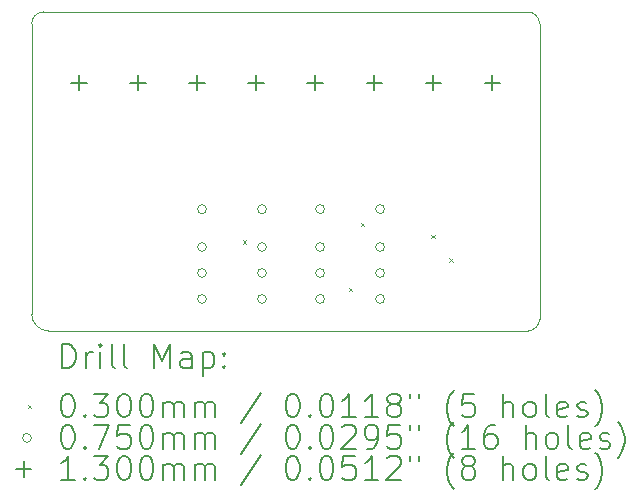
<source format=gbr>
%TF.GenerationSoftware,KiCad,Pcbnew,9.0.1*%
%TF.CreationDate,2025-06-17T22:10:18+02:00*%
%TF.ProjectId,PUTM_EV_CART_INDICATOR,5055544d-5f45-4565-9f43-4152545f494e,rev?*%
%TF.SameCoordinates,Original*%
%TF.FileFunction,Drillmap*%
%TF.FilePolarity,Positive*%
%FSLAX45Y45*%
G04 Gerber Fmt 4.5, Leading zero omitted, Abs format (unit mm)*
G04 Created by KiCad (PCBNEW 9.0.1) date 2025-06-17 22:10:18*
%MOMM*%
%LPD*%
G01*
G04 APERTURE LIST*
%ADD10C,0.050000*%
%ADD11C,0.200000*%
%ADD12C,0.100000*%
%ADD13C,0.130000*%
G04 APERTURE END LIST*
D10*
X12400000Y-8600000D02*
X8341421Y-8600000D01*
X8200000Y-6000000D02*
X8200000Y-8458579D01*
X12400000Y-5900000D02*
X8300000Y-5900000D01*
X8200000Y-6000000D02*
G75*
G02*
X8300000Y-5900000I100000J0D01*
G01*
X12500000Y-6000000D02*
X12500000Y-8500000D01*
X12500000Y-8500000D02*
G75*
G02*
X12400000Y-8600000I-100000J0D01*
G01*
X12400000Y-5900000D02*
G75*
G02*
X12500000Y-6000000I0J-100000D01*
G01*
X8341421Y-8600000D02*
G75*
G02*
X8200000Y-8458579I0J141421D01*
G01*
D11*
D12*
X9985000Y-7835000D02*
X10015000Y-7865000D01*
X10015000Y-7835000D02*
X9985000Y-7865000D01*
X10885000Y-8235000D02*
X10915000Y-8265000D01*
X10915000Y-8235000D02*
X10885000Y-8265000D01*
X10985000Y-7685000D02*
X11015000Y-7715000D01*
X11015000Y-7685000D02*
X10985000Y-7715000D01*
X11585000Y-7785000D02*
X11615000Y-7815000D01*
X11615000Y-7785000D02*
X11585000Y-7815000D01*
X11735000Y-7985000D02*
X11765000Y-8015000D01*
X11765000Y-7985000D02*
X11735000Y-8015000D01*
X9679500Y-7570000D02*
G75*
G02*
X9604500Y-7570000I-37500J0D01*
G01*
X9604500Y-7570000D02*
G75*
G02*
X9679500Y-7570000I37500J0D01*
G01*
X9679500Y-7890000D02*
G75*
G02*
X9604500Y-7890000I-37500J0D01*
G01*
X9604500Y-7890000D02*
G75*
G02*
X9679500Y-7890000I37500J0D01*
G01*
X9679500Y-8110000D02*
G75*
G02*
X9604500Y-8110000I-37500J0D01*
G01*
X9604500Y-8110000D02*
G75*
G02*
X9679500Y-8110000I37500J0D01*
G01*
X9679500Y-8330000D02*
G75*
G02*
X9604500Y-8330000I-37500J0D01*
G01*
X9604500Y-8330000D02*
G75*
G02*
X9679500Y-8330000I37500J0D01*
G01*
X10187500Y-7570000D02*
G75*
G02*
X10112500Y-7570000I-37500J0D01*
G01*
X10112500Y-7570000D02*
G75*
G02*
X10187500Y-7570000I37500J0D01*
G01*
X10187500Y-7890000D02*
G75*
G02*
X10112500Y-7890000I-37500J0D01*
G01*
X10112500Y-7890000D02*
G75*
G02*
X10187500Y-7890000I37500J0D01*
G01*
X10187500Y-8110000D02*
G75*
G02*
X10112500Y-8110000I-37500J0D01*
G01*
X10112500Y-8110000D02*
G75*
G02*
X10187500Y-8110000I37500J0D01*
G01*
X10187500Y-8330000D02*
G75*
G02*
X10112500Y-8330000I-37500J0D01*
G01*
X10112500Y-8330000D02*
G75*
G02*
X10187500Y-8330000I37500J0D01*
G01*
X10679500Y-7570000D02*
G75*
G02*
X10604500Y-7570000I-37500J0D01*
G01*
X10604500Y-7570000D02*
G75*
G02*
X10679500Y-7570000I37500J0D01*
G01*
X10679500Y-7890000D02*
G75*
G02*
X10604500Y-7890000I-37500J0D01*
G01*
X10604500Y-7890000D02*
G75*
G02*
X10679500Y-7890000I37500J0D01*
G01*
X10679500Y-8110000D02*
G75*
G02*
X10604500Y-8110000I-37500J0D01*
G01*
X10604500Y-8110000D02*
G75*
G02*
X10679500Y-8110000I37500J0D01*
G01*
X10679500Y-8330000D02*
G75*
G02*
X10604500Y-8330000I-37500J0D01*
G01*
X10604500Y-8330000D02*
G75*
G02*
X10679500Y-8330000I37500J0D01*
G01*
X11187500Y-7570000D02*
G75*
G02*
X11112500Y-7570000I-37500J0D01*
G01*
X11112500Y-7570000D02*
G75*
G02*
X11187500Y-7570000I37500J0D01*
G01*
X11187500Y-7890000D02*
G75*
G02*
X11112500Y-7890000I-37500J0D01*
G01*
X11112500Y-7890000D02*
G75*
G02*
X11187500Y-7890000I37500J0D01*
G01*
X11187500Y-8110000D02*
G75*
G02*
X11112500Y-8110000I-37500J0D01*
G01*
X11112500Y-8110000D02*
G75*
G02*
X11187500Y-8110000I37500J0D01*
G01*
X11187500Y-8330000D02*
G75*
G02*
X11112500Y-8330000I-37500J0D01*
G01*
X11112500Y-8330000D02*
G75*
G02*
X11187500Y-8330000I37500J0D01*
G01*
D13*
X8600000Y-6435000D02*
X8600000Y-6565000D01*
X8535000Y-6500000D02*
X8665000Y-6500000D01*
X9100000Y-6435000D02*
X9100000Y-6565000D01*
X9035000Y-6500000D02*
X9165000Y-6500000D01*
X9600000Y-6435000D02*
X9600000Y-6565000D01*
X9535000Y-6500000D02*
X9665000Y-6500000D01*
X10100000Y-6435000D02*
X10100000Y-6565000D01*
X10035000Y-6500000D02*
X10165000Y-6500000D01*
X10600000Y-6435000D02*
X10600000Y-6565000D01*
X10535000Y-6500000D02*
X10665000Y-6500000D01*
X11100000Y-6435000D02*
X11100000Y-6565000D01*
X11035000Y-6500000D02*
X11165000Y-6500000D01*
X11600000Y-6435000D02*
X11600000Y-6565000D01*
X11535000Y-6500000D02*
X11665000Y-6500000D01*
X12100000Y-6435000D02*
X12100000Y-6565000D01*
X12035000Y-6500000D02*
X12165000Y-6500000D01*
D11*
X8458277Y-8913984D02*
X8458277Y-8713984D01*
X8458277Y-8713984D02*
X8505896Y-8713984D01*
X8505896Y-8713984D02*
X8534467Y-8723508D01*
X8534467Y-8723508D02*
X8553515Y-8742555D01*
X8553515Y-8742555D02*
X8563039Y-8761603D01*
X8563039Y-8761603D02*
X8572563Y-8799698D01*
X8572563Y-8799698D02*
X8572563Y-8828270D01*
X8572563Y-8828270D02*
X8563039Y-8866365D01*
X8563039Y-8866365D02*
X8553515Y-8885412D01*
X8553515Y-8885412D02*
X8534467Y-8904460D01*
X8534467Y-8904460D02*
X8505896Y-8913984D01*
X8505896Y-8913984D02*
X8458277Y-8913984D01*
X8658277Y-8913984D02*
X8658277Y-8780650D01*
X8658277Y-8818746D02*
X8667801Y-8799698D01*
X8667801Y-8799698D02*
X8677324Y-8790174D01*
X8677324Y-8790174D02*
X8696372Y-8780650D01*
X8696372Y-8780650D02*
X8715420Y-8780650D01*
X8782086Y-8913984D02*
X8782086Y-8780650D01*
X8782086Y-8713984D02*
X8772563Y-8723508D01*
X8772563Y-8723508D02*
X8782086Y-8733031D01*
X8782086Y-8733031D02*
X8791610Y-8723508D01*
X8791610Y-8723508D02*
X8782086Y-8713984D01*
X8782086Y-8713984D02*
X8782086Y-8733031D01*
X8905896Y-8913984D02*
X8886848Y-8904460D01*
X8886848Y-8904460D02*
X8877324Y-8885412D01*
X8877324Y-8885412D02*
X8877324Y-8713984D01*
X9010658Y-8913984D02*
X8991610Y-8904460D01*
X8991610Y-8904460D02*
X8982086Y-8885412D01*
X8982086Y-8885412D02*
X8982086Y-8713984D01*
X9239229Y-8913984D02*
X9239229Y-8713984D01*
X9239229Y-8713984D02*
X9305896Y-8856841D01*
X9305896Y-8856841D02*
X9372563Y-8713984D01*
X9372563Y-8713984D02*
X9372563Y-8913984D01*
X9553515Y-8913984D02*
X9553515Y-8809222D01*
X9553515Y-8809222D02*
X9543991Y-8790174D01*
X9543991Y-8790174D02*
X9524944Y-8780650D01*
X9524944Y-8780650D02*
X9486848Y-8780650D01*
X9486848Y-8780650D02*
X9467801Y-8790174D01*
X9553515Y-8904460D02*
X9534467Y-8913984D01*
X9534467Y-8913984D02*
X9486848Y-8913984D01*
X9486848Y-8913984D02*
X9467801Y-8904460D01*
X9467801Y-8904460D02*
X9458277Y-8885412D01*
X9458277Y-8885412D02*
X9458277Y-8866365D01*
X9458277Y-8866365D02*
X9467801Y-8847317D01*
X9467801Y-8847317D02*
X9486848Y-8837793D01*
X9486848Y-8837793D02*
X9534467Y-8837793D01*
X9534467Y-8837793D02*
X9553515Y-8828270D01*
X9648753Y-8780650D02*
X9648753Y-8980650D01*
X9648753Y-8790174D02*
X9667801Y-8780650D01*
X9667801Y-8780650D02*
X9705896Y-8780650D01*
X9705896Y-8780650D02*
X9724944Y-8790174D01*
X9724944Y-8790174D02*
X9734467Y-8799698D01*
X9734467Y-8799698D02*
X9743991Y-8818746D01*
X9743991Y-8818746D02*
X9743991Y-8875889D01*
X9743991Y-8875889D02*
X9734467Y-8894936D01*
X9734467Y-8894936D02*
X9724944Y-8904460D01*
X9724944Y-8904460D02*
X9705896Y-8913984D01*
X9705896Y-8913984D02*
X9667801Y-8913984D01*
X9667801Y-8913984D02*
X9648753Y-8904460D01*
X9829705Y-8894936D02*
X9839229Y-8904460D01*
X9839229Y-8904460D02*
X9829705Y-8913984D01*
X9829705Y-8913984D02*
X9820182Y-8904460D01*
X9820182Y-8904460D02*
X9829705Y-8894936D01*
X9829705Y-8894936D02*
X9829705Y-8913984D01*
X9829705Y-8790174D02*
X9839229Y-8799698D01*
X9839229Y-8799698D02*
X9829705Y-8809222D01*
X9829705Y-8809222D02*
X9820182Y-8799698D01*
X9820182Y-8799698D02*
X9829705Y-8790174D01*
X9829705Y-8790174D02*
X9829705Y-8809222D01*
D12*
X8167500Y-9227500D02*
X8197500Y-9257500D01*
X8197500Y-9227500D02*
X8167500Y-9257500D01*
D11*
X8496372Y-9133984D02*
X8515420Y-9133984D01*
X8515420Y-9133984D02*
X8534467Y-9143508D01*
X8534467Y-9143508D02*
X8543991Y-9153031D01*
X8543991Y-9153031D02*
X8553515Y-9172079D01*
X8553515Y-9172079D02*
X8563039Y-9210174D01*
X8563039Y-9210174D02*
X8563039Y-9257793D01*
X8563039Y-9257793D02*
X8553515Y-9295889D01*
X8553515Y-9295889D02*
X8543991Y-9314936D01*
X8543991Y-9314936D02*
X8534467Y-9324460D01*
X8534467Y-9324460D02*
X8515420Y-9333984D01*
X8515420Y-9333984D02*
X8496372Y-9333984D01*
X8496372Y-9333984D02*
X8477324Y-9324460D01*
X8477324Y-9324460D02*
X8467801Y-9314936D01*
X8467801Y-9314936D02*
X8458277Y-9295889D01*
X8458277Y-9295889D02*
X8448753Y-9257793D01*
X8448753Y-9257793D02*
X8448753Y-9210174D01*
X8448753Y-9210174D02*
X8458277Y-9172079D01*
X8458277Y-9172079D02*
X8467801Y-9153031D01*
X8467801Y-9153031D02*
X8477324Y-9143508D01*
X8477324Y-9143508D02*
X8496372Y-9133984D01*
X8648753Y-9314936D02*
X8658277Y-9324460D01*
X8658277Y-9324460D02*
X8648753Y-9333984D01*
X8648753Y-9333984D02*
X8639229Y-9324460D01*
X8639229Y-9324460D02*
X8648753Y-9314936D01*
X8648753Y-9314936D02*
X8648753Y-9333984D01*
X8724944Y-9133984D02*
X8848753Y-9133984D01*
X8848753Y-9133984D02*
X8782086Y-9210174D01*
X8782086Y-9210174D02*
X8810658Y-9210174D01*
X8810658Y-9210174D02*
X8829705Y-9219698D01*
X8829705Y-9219698D02*
X8839229Y-9229222D01*
X8839229Y-9229222D02*
X8848753Y-9248270D01*
X8848753Y-9248270D02*
X8848753Y-9295889D01*
X8848753Y-9295889D02*
X8839229Y-9314936D01*
X8839229Y-9314936D02*
X8829705Y-9324460D01*
X8829705Y-9324460D02*
X8810658Y-9333984D01*
X8810658Y-9333984D02*
X8753515Y-9333984D01*
X8753515Y-9333984D02*
X8734467Y-9324460D01*
X8734467Y-9324460D02*
X8724944Y-9314936D01*
X8972563Y-9133984D02*
X8991610Y-9133984D01*
X8991610Y-9133984D02*
X9010658Y-9143508D01*
X9010658Y-9143508D02*
X9020182Y-9153031D01*
X9020182Y-9153031D02*
X9029705Y-9172079D01*
X9029705Y-9172079D02*
X9039229Y-9210174D01*
X9039229Y-9210174D02*
X9039229Y-9257793D01*
X9039229Y-9257793D02*
X9029705Y-9295889D01*
X9029705Y-9295889D02*
X9020182Y-9314936D01*
X9020182Y-9314936D02*
X9010658Y-9324460D01*
X9010658Y-9324460D02*
X8991610Y-9333984D01*
X8991610Y-9333984D02*
X8972563Y-9333984D01*
X8972563Y-9333984D02*
X8953515Y-9324460D01*
X8953515Y-9324460D02*
X8943991Y-9314936D01*
X8943991Y-9314936D02*
X8934467Y-9295889D01*
X8934467Y-9295889D02*
X8924944Y-9257793D01*
X8924944Y-9257793D02*
X8924944Y-9210174D01*
X8924944Y-9210174D02*
X8934467Y-9172079D01*
X8934467Y-9172079D02*
X8943991Y-9153031D01*
X8943991Y-9153031D02*
X8953515Y-9143508D01*
X8953515Y-9143508D02*
X8972563Y-9133984D01*
X9163039Y-9133984D02*
X9182086Y-9133984D01*
X9182086Y-9133984D02*
X9201134Y-9143508D01*
X9201134Y-9143508D02*
X9210658Y-9153031D01*
X9210658Y-9153031D02*
X9220182Y-9172079D01*
X9220182Y-9172079D02*
X9229705Y-9210174D01*
X9229705Y-9210174D02*
X9229705Y-9257793D01*
X9229705Y-9257793D02*
X9220182Y-9295889D01*
X9220182Y-9295889D02*
X9210658Y-9314936D01*
X9210658Y-9314936D02*
X9201134Y-9324460D01*
X9201134Y-9324460D02*
X9182086Y-9333984D01*
X9182086Y-9333984D02*
X9163039Y-9333984D01*
X9163039Y-9333984D02*
X9143991Y-9324460D01*
X9143991Y-9324460D02*
X9134467Y-9314936D01*
X9134467Y-9314936D02*
X9124944Y-9295889D01*
X9124944Y-9295889D02*
X9115420Y-9257793D01*
X9115420Y-9257793D02*
X9115420Y-9210174D01*
X9115420Y-9210174D02*
X9124944Y-9172079D01*
X9124944Y-9172079D02*
X9134467Y-9153031D01*
X9134467Y-9153031D02*
X9143991Y-9143508D01*
X9143991Y-9143508D02*
X9163039Y-9133984D01*
X9315420Y-9333984D02*
X9315420Y-9200650D01*
X9315420Y-9219698D02*
X9324944Y-9210174D01*
X9324944Y-9210174D02*
X9343991Y-9200650D01*
X9343991Y-9200650D02*
X9372563Y-9200650D01*
X9372563Y-9200650D02*
X9391610Y-9210174D01*
X9391610Y-9210174D02*
X9401134Y-9229222D01*
X9401134Y-9229222D02*
X9401134Y-9333984D01*
X9401134Y-9229222D02*
X9410658Y-9210174D01*
X9410658Y-9210174D02*
X9429705Y-9200650D01*
X9429705Y-9200650D02*
X9458277Y-9200650D01*
X9458277Y-9200650D02*
X9477325Y-9210174D01*
X9477325Y-9210174D02*
X9486848Y-9229222D01*
X9486848Y-9229222D02*
X9486848Y-9333984D01*
X9582086Y-9333984D02*
X9582086Y-9200650D01*
X9582086Y-9219698D02*
X9591610Y-9210174D01*
X9591610Y-9210174D02*
X9610658Y-9200650D01*
X9610658Y-9200650D02*
X9639229Y-9200650D01*
X9639229Y-9200650D02*
X9658277Y-9210174D01*
X9658277Y-9210174D02*
X9667801Y-9229222D01*
X9667801Y-9229222D02*
X9667801Y-9333984D01*
X9667801Y-9229222D02*
X9677325Y-9210174D01*
X9677325Y-9210174D02*
X9696372Y-9200650D01*
X9696372Y-9200650D02*
X9724944Y-9200650D01*
X9724944Y-9200650D02*
X9743991Y-9210174D01*
X9743991Y-9210174D02*
X9753515Y-9229222D01*
X9753515Y-9229222D02*
X9753515Y-9333984D01*
X10143991Y-9124460D02*
X9972563Y-9381603D01*
X10401134Y-9133984D02*
X10420182Y-9133984D01*
X10420182Y-9133984D02*
X10439229Y-9143508D01*
X10439229Y-9143508D02*
X10448753Y-9153031D01*
X10448753Y-9153031D02*
X10458277Y-9172079D01*
X10458277Y-9172079D02*
X10467801Y-9210174D01*
X10467801Y-9210174D02*
X10467801Y-9257793D01*
X10467801Y-9257793D02*
X10458277Y-9295889D01*
X10458277Y-9295889D02*
X10448753Y-9314936D01*
X10448753Y-9314936D02*
X10439229Y-9324460D01*
X10439229Y-9324460D02*
X10420182Y-9333984D01*
X10420182Y-9333984D02*
X10401134Y-9333984D01*
X10401134Y-9333984D02*
X10382087Y-9324460D01*
X10382087Y-9324460D02*
X10372563Y-9314936D01*
X10372563Y-9314936D02*
X10363039Y-9295889D01*
X10363039Y-9295889D02*
X10353515Y-9257793D01*
X10353515Y-9257793D02*
X10353515Y-9210174D01*
X10353515Y-9210174D02*
X10363039Y-9172079D01*
X10363039Y-9172079D02*
X10372563Y-9153031D01*
X10372563Y-9153031D02*
X10382087Y-9143508D01*
X10382087Y-9143508D02*
X10401134Y-9133984D01*
X10553515Y-9314936D02*
X10563039Y-9324460D01*
X10563039Y-9324460D02*
X10553515Y-9333984D01*
X10553515Y-9333984D02*
X10543991Y-9324460D01*
X10543991Y-9324460D02*
X10553515Y-9314936D01*
X10553515Y-9314936D02*
X10553515Y-9333984D01*
X10686848Y-9133984D02*
X10705896Y-9133984D01*
X10705896Y-9133984D02*
X10724944Y-9143508D01*
X10724944Y-9143508D02*
X10734468Y-9153031D01*
X10734468Y-9153031D02*
X10743991Y-9172079D01*
X10743991Y-9172079D02*
X10753515Y-9210174D01*
X10753515Y-9210174D02*
X10753515Y-9257793D01*
X10753515Y-9257793D02*
X10743991Y-9295889D01*
X10743991Y-9295889D02*
X10734468Y-9314936D01*
X10734468Y-9314936D02*
X10724944Y-9324460D01*
X10724944Y-9324460D02*
X10705896Y-9333984D01*
X10705896Y-9333984D02*
X10686848Y-9333984D01*
X10686848Y-9333984D02*
X10667801Y-9324460D01*
X10667801Y-9324460D02*
X10658277Y-9314936D01*
X10658277Y-9314936D02*
X10648753Y-9295889D01*
X10648753Y-9295889D02*
X10639229Y-9257793D01*
X10639229Y-9257793D02*
X10639229Y-9210174D01*
X10639229Y-9210174D02*
X10648753Y-9172079D01*
X10648753Y-9172079D02*
X10658277Y-9153031D01*
X10658277Y-9153031D02*
X10667801Y-9143508D01*
X10667801Y-9143508D02*
X10686848Y-9133984D01*
X10943991Y-9333984D02*
X10829706Y-9333984D01*
X10886848Y-9333984D02*
X10886848Y-9133984D01*
X10886848Y-9133984D02*
X10867801Y-9162555D01*
X10867801Y-9162555D02*
X10848753Y-9181603D01*
X10848753Y-9181603D02*
X10829706Y-9191127D01*
X11134468Y-9333984D02*
X11020182Y-9333984D01*
X11077325Y-9333984D02*
X11077325Y-9133984D01*
X11077325Y-9133984D02*
X11058277Y-9162555D01*
X11058277Y-9162555D02*
X11039229Y-9181603D01*
X11039229Y-9181603D02*
X11020182Y-9191127D01*
X11248753Y-9219698D02*
X11229706Y-9210174D01*
X11229706Y-9210174D02*
X11220182Y-9200650D01*
X11220182Y-9200650D02*
X11210658Y-9181603D01*
X11210658Y-9181603D02*
X11210658Y-9172079D01*
X11210658Y-9172079D02*
X11220182Y-9153031D01*
X11220182Y-9153031D02*
X11229706Y-9143508D01*
X11229706Y-9143508D02*
X11248753Y-9133984D01*
X11248753Y-9133984D02*
X11286848Y-9133984D01*
X11286848Y-9133984D02*
X11305896Y-9143508D01*
X11305896Y-9143508D02*
X11315420Y-9153031D01*
X11315420Y-9153031D02*
X11324944Y-9172079D01*
X11324944Y-9172079D02*
X11324944Y-9181603D01*
X11324944Y-9181603D02*
X11315420Y-9200650D01*
X11315420Y-9200650D02*
X11305896Y-9210174D01*
X11305896Y-9210174D02*
X11286848Y-9219698D01*
X11286848Y-9219698D02*
X11248753Y-9219698D01*
X11248753Y-9219698D02*
X11229706Y-9229222D01*
X11229706Y-9229222D02*
X11220182Y-9238746D01*
X11220182Y-9238746D02*
X11210658Y-9257793D01*
X11210658Y-9257793D02*
X11210658Y-9295889D01*
X11210658Y-9295889D02*
X11220182Y-9314936D01*
X11220182Y-9314936D02*
X11229706Y-9324460D01*
X11229706Y-9324460D02*
X11248753Y-9333984D01*
X11248753Y-9333984D02*
X11286848Y-9333984D01*
X11286848Y-9333984D02*
X11305896Y-9324460D01*
X11305896Y-9324460D02*
X11315420Y-9314936D01*
X11315420Y-9314936D02*
X11324944Y-9295889D01*
X11324944Y-9295889D02*
X11324944Y-9257793D01*
X11324944Y-9257793D02*
X11315420Y-9238746D01*
X11315420Y-9238746D02*
X11305896Y-9229222D01*
X11305896Y-9229222D02*
X11286848Y-9219698D01*
X11401134Y-9133984D02*
X11401134Y-9172079D01*
X11477325Y-9133984D02*
X11477325Y-9172079D01*
X11772563Y-9410174D02*
X11763039Y-9400650D01*
X11763039Y-9400650D02*
X11743991Y-9372079D01*
X11743991Y-9372079D02*
X11734468Y-9353031D01*
X11734468Y-9353031D02*
X11724944Y-9324460D01*
X11724944Y-9324460D02*
X11715420Y-9276841D01*
X11715420Y-9276841D02*
X11715420Y-9238746D01*
X11715420Y-9238746D02*
X11724944Y-9191127D01*
X11724944Y-9191127D02*
X11734468Y-9162555D01*
X11734468Y-9162555D02*
X11743991Y-9143508D01*
X11743991Y-9143508D02*
X11763039Y-9114936D01*
X11763039Y-9114936D02*
X11772563Y-9105412D01*
X11943991Y-9133984D02*
X11848753Y-9133984D01*
X11848753Y-9133984D02*
X11839229Y-9229222D01*
X11839229Y-9229222D02*
X11848753Y-9219698D01*
X11848753Y-9219698D02*
X11867801Y-9210174D01*
X11867801Y-9210174D02*
X11915420Y-9210174D01*
X11915420Y-9210174D02*
X11934468Y-9219698D01*
X11934468Y-9219698D02*
X11943991Y-9229222D01*
X11943991Y-9229222D02*
X11953515Y-9248270D01*
X11953515Y-9248270D02*
X11953515Y-9295889D01*
X11953515Y-9295889D02*
X11943991Y-9314936D01*
X11943991Y-9314936D02*
X11934468Y-9324460D01*
X11934468Y-9324460D02*
X11915420Y-9333984D01*
X11915420Y-9333984D02*
X11867801Y-9333984D01*
X11867801Y-9333984D02*
X11848753Y-9324460D01*
X11848753Y-9324460D02*
X11839229Y-9314936D01*
X12191610Y-9333984D02*
X12191610Y-9133984D01*
X12277325Y-9333984D02*
X12277325Y-9229222D01*
X12277325Y-9229222D02*
X12267801Y-9210174D01*
X12267801Y-9210174D02*
X12248753Y-9200650D01*
X12248753Y-9200650D02*
X12220182Y-9200650D01*
X12220182Y-9200650D02*
X12201134Y-9210174D01*
X12201134Y-9210174D02*
X12191610Y-9219698D01*
X12401134Y-9333984D02*
X12382087Y-9324460D01*
X12382087Y-9324460D02*
X12372563Y-9314936D01*
X12372563Y-9314936D02*
X12363039Y-9295889D01*
X12363039Y-9295889D02*
X12363039Y-9238746D01*
X12363039Y-9238746D02*
X12372563Y-9219698D01*
X12372563Y-9219698D02*
X12382087Y-9210174D01*
X12382087Y-9210174D02*
X12401134Y-9200650D01*
X12401134Y-9200650D02*
X12429706Y-9200650D01*
X12429706Y-9200650D02*
X12448753Y-9210174D01*
X12448753Y-9210174D02*
X12458277Y-9219698D01*
X12458277Y-9219698D02*
X12467801Y-9238746D01*
X12467801Y-9238746D02*
X12467801Y-9295889D01*
X12467801Y-9295889D02*
X12458277Y-9314936D01*
X12458277Y-9314936D02*
X12448753Y-9324460D01*
X12448753Y-9324460D02*
X12429706Y-9333984D01*
X12429706Y-9333984D02*
X12401134Y-9333984D01*
X12582087Y-9333984D02*
X12563039Y-9324460D01*
X12563039Y-9324460D02*
X12553515Y-9305412D01*
X12553515Y-9305412D02*
X12553515Y-9133984D01*
X12734468Y-9324460D02*
X12715420Y-9333984D01*
X12715420Y-9333984D02*
X12677325Y-9333984D01*
X12677325Y-9333984D02*
X12658277Y-9324460D01*
X12658277Y-9324460D02*
X12648753Y-9305412D01*
X12648753Y-9305412D02*
X12648753Y-9229222D01*
X12648753Y-9229222D02*
X12658277Y-9210174D01*
X12658277Y-9210174D02*
X12677325Y-9200650D01*
X12677325Y-9200650D02*
X12715420Y-9200650D01*
X12715420Y-9200650D02*
X12734468Y-9210174D01*
X12734468Y-9210174D02*
X12743991Y-9229222D01*
X12743991Y-9229222D02*
X12743991Y-9248270D01*
X12743991Y-9248270D02*
X12648753Y-9267317D01*
X12820182Y-9324460D02*
X12839230Y-9333984D01*
X12839230Y-9333984D02*
X12877325Y-9333984D01*
X12877325Y-9333984D02*
X12896372Y-9324460D01*
X12896372Y-9324460D02*
X12905896Y-9305412D01*
X12905896Y-9305412D02*
X12905896Y-9295889D01*
X12905896Y-9295889D02*
X12896372Y-9276841D01*
X12896372Y-9276841D02*
X12877325Y-9267317D01*
X12877325Y-9267317D02*
X12848753Y-9267317D01*
X12848753Y-9267317D02*
X12829706Y-9257793D01*
X12829706Y-9257793D02*
X12820182Y-9238746D01*
X12820182Y-9238746D02*
X12820182Y-9229222D01*
X12820182Y-9229222D02*
X12829706Y-9210174D01*
X12829706Y-9210174D02*
X12848753Y-9200650D01*
X12848753Y-9200650D02*
X12877325Y-9200650D01*
X12877325Y-9200650D02*
X12896372Y-9210174D01*
X12972563Y-9410174D02*
X12982087Y-9400650D01*
X12982087Y-9400650D02*
X13001134Y-9372079D01*
X13001134Y-9372079D02*
X13010658Y-9353031D01*
X13010658Y-9353031D02*
X13020182Y-9324460D01*
X13020182Y-9324460D02*
X13029706Y-9276841D01*
X13029706Y-9276841D02*
X13029706Y-9238746D01*
X13029706Y-9238746D02*
X13020182Y-9191127D01*
X13020182Y-9191127D02*
X13010658Y-9162555D01*
X13010658Y-9162555D02*
X13001134Y-9143508D01*
X13001134Y-9143508D02*
X12982087Y-9114936D01*
X12982087Y-9114936D02*
X12972563Y-9105412D01*
D12*
X8197500Y-9506500D02*
G75*
G02*
X8122500Y-9506500I-37500J0D01*
G01*
X8122500Y-9506500D02*
G75*
G02*
X8197500Y-9506500I37500J0D01*
G01*
D11*
X8496372Y-9397984D02*
X8515420Y-9397984D01*
X8515420Y-9397984D02*
X8534467Y-9407508D01*
X8534467Y-9407508D02*
X8543991Y-9417031D01*
X8543991Y-9417031D02*
X8553515Y-9436079D01*
X8553515Y-9436079D02*
X8563039Y-9474174D01*
X8563039Y-9474174D02*
X8563039Y-9521793D01*
X8563039Y-9521793D02*
X8553515Y-9559889D01*
X8553515Y-9559889D02*
X8543991Y-9578936D01*
X8543991Y-9578936D02*
X8534467Y-9588460D01*
X8534467Y-9588460D02*
X8515420Y-9597984D01*
X8515420Y-9597984D02*
X8496372Y-9597984D01*
X8496372Y-9597984D02*
X8477324Y-9588460D01*
X8477324Y-9588460D02*
X8467801Y-9578936D01*
X8467801Y-9578936D02*
X8458277Y-9559889D01*
X8458277Y-9559889D02*
X8448753Y-9521793D01*
X8448753Y-9521793D02*
X8448753Y-9474174D01*
X8448753Y-9474174D02*
X8458277Y-9436079D01*
X8458277Y-9436079D02*
X8467801Y-9417031D01*
X8467801Y-9417031D02*
X8477324Y-9407508D01*
X8477324Y-9407508D02*
X8496372Y-9397984D01*
X8648753Y-9578936D02*
X8658277Y-9588460D01*
X8658277Y-9588460D02*
X8648753Y-9597984D01*
X8648753Y-9597984D02*
X8639229Y-9588460D01*
X8639229Y-9588460D02*
X8648753Y-9578936D01*
X8648753Y-9578936D02*
X8648753Y-9597984D01*
X8724944Y-9397984D02*
X8858277Y-9397984D01*
X8858277Y-9397984D02*
X8772563Y-9597984D01*
X9029705Y-9397984D02*
X8934467Y-9397984D01*
X8934467Y-9397984D02*
X8924944Y-9493222D01*
X8924944Y-9493222D02*
X8934467Y-9483698D01*
X8934467Y-9483698D02*
X8953515Y-9474174D01*
X8953515Y-9474174D02*
X9001134Y-9474174D01*
X9001134Y-9474174D02*
X9020182Y-9483698D01*
X9020182Y-9483698D02*
X9029705Y-9493222D01*
X9029705Y-9493222D02*
X9039229Y-9512270D01*
X9039229Y-9512270D02*
X9039229Y-9559889D01*
X9039229Y-9559889D02*
X9029705Y-9578936D01*
X9029705Y-9578936D02*
X9020182Y-9588460D01*
X9020182Y-9588460D02*
X9001134Y-9597984D01*
X9001134Y-9597984D02*
X8953515Y-9597984D01*
X8953515Y-9597984D02*
X8934467Y-9588460D01*
X8934467Y-9588460D02*
X8924944Y-9578936D01*
X9163039Y-9397984D02*
X9182086Y-9397984D01*
X9182086Y-9397984D02*
X9201134Y-9407508D01*
X9201134Y-9407508D02*
X9210658Y-9417031D01*
X9210658Y-9417031D02*
X9220182Y-9436079D01*
X9220182Y-9436079D02*
X9229705Y-9474174D01*
X9229705Y-9474174D02*
X9229705Y-9521793D01*
X9229705Y-9521793D02*
X9220182Y-9559889D01*
X9220182Y-9559889D02*
X9210658Y-9578936D01*
X9210658Y-9578936D02*
X9201134Y-9588460D01*
X9201134Y-9588460D02*
X9182086Y-9597984D01*
X9182086Y-9597984D02*
X9163039Y-9597984D01*
X9163039Y-9597984D02*
X9143991Y-9588460D01*
X9143991Y-9588460D02*
X9134467Y-9578936D01*
X9134467Y-9578936D02*
X9124944Y-9559889D01*
X9124944Y-9559889D02*
X9115420Y-9521793D01*
X9115420Y-9521793D02*
X9115420Y-9474174D01*
X9115420Y-9474174D02*
X9124944Y-9436079D01*
X9124944Y-9436079D02*
X9134467Y-9417031D01*
X9134467Y-9417031D02*
X9143991Y-9407508D01*
X9143991Y-9407508D02*
X9163039Y-9397984D01*
X9315420Y-9597984D02*
X9315420Y-9464650D01*
X9315420Y-9483698D02*
X9324944Y-9474174D01*
X9324944Y-9474174D02*
X9343991Y-9464650D01*
X9343991Y-9464650D02*
X9372563Y-9464650D01*
X9372563Y-9464650D02*
X9391610Y-9474174D01*
X9391610Y-9474174D02*
X9401134Y-9493222D01*
X9401134Y-9493222D02*
X9401134Y-9597984D01*
X9401134Y-9493222D02*
X9410658Y-9474174D01*
X9410658Y-9474174D02*
X9429705Y-9464650D01*
X9429705Y-9464650D02*
X9458277Y-9464650D01*
X9458277Y-9464650D02*
X9477325Y-9474174D01*
X9477325Y-9474174D02*
X9486848Y-9493222D01*
X9486848Y-9493222D02*
X9486848Y-9597984D01*
X9582086Y-9597984D02*
X9582086Y-9464650D01*
X9582086Y-9483698D02*
X9591610Y-9474174D01*
X9591610Y-9474174D02*
X9610658Y-9464650D01*
X9610658Y-9464650D02*
X9639229Y-9464650D01*
X9639229Y-9464650D02*
X9658277Y-9474174D01*
X9658277Y-9474174D02*
X9667801Y-9493222D01*
X9667801Y-9493222D02*
X9667801Y-9597984D01*
X9667801Y-9493222D02*
X9677325Y-9474174D01*
X9677325Y-9474174D02*
X9696372Y-9464650D01*
X9696372Y-9464650D02*
X9724944Y-9464650D01*
X9724944Y-9464650D02*
X9743991Y-9474174D01*
X9743991Y-9474174D02*
X9753515Y-9493222D01*
X9753515Y-9493222D02*
X9753515Y-9597984D01*
X10143991Y-9388460D02*
X9972563Y-9645603D01*
X10401134Y-9397984D02*
X10420182Y-9397984D01*
X10420182Y-9397984D02*
X10439229Y-9407508D01*
X10439229Y-9407508D02*
X10448753Y-9417031D01*
X10448753Y-9417031D02*
X10458277Y-9436079D01*
X10458277Y-9436079D02*
X10467801Y-9474174D01*
X10467801Y-9474174D02*
X10467801Y-9521793D01*
X10467801Y-9521793D02*
X10458277Y-9559889D01*
X10458277Y-9559889D02*
X10448753Y-9578936D01*
X10448753Y-9578936D02*
X10439229Y-9588460D01*
X10439229Y-9588460D02*
X10420182Y-9597984D01*
X10420182Y-9597984D02*
X10401134Y-9597984D01*
X10401134Y-9597984D02*
X10382087Y-9588460D01*
X10382087Y-9588460D02*
X10372563Y-9578936D01*
X10372563Y-9578936D02*
X10363039Y-9559889D01*
X10363039Y-9559889D02*
X10353515Y-9521793D01*
X10353515Y-9521793D02*
X10353515Y-9474174D01*
X10353515Y-9474174D02*
X10363039Y-9436079D01*
X10363039Y-9436079D02*
X10372563Y-9417031D01*
X10372563Y-9417031D02*
X10382087Y-9407508D01*
X10382087Y-9407508D02*
X10401134Y-9397984D01*
X10553515Y-9578936D02*
X10563039Y-9588460D01*
X10563039Y-9588460D02*
X10553515Y-9597984D01*
X10553515Y-9597984D02*
X10543991Y-9588460D01*
X10543991Y-9588460D02*
X10553515Y-9578936D01*
X10553515Y-9578936D02*
X10553515Y-9597984D01*
X10686848Y-9397984D02*
X10705896Y-9397984D01*
X10705896Y-9397984D02*
X10724944Y-9407508D01*
X10724944Y-9407508D02*
X10734468Y-9417031D01*
X10734468Y-9417031D02*
X10743991Y-9436079D01*
X10743991Y-9436079D02*
X10753515Y-9474174D01*
X10753515Y-9474174D02*
X10753515Y-9521793D01*
X10753515Y-9521793D02*
X10743991Y-9559889D01*
X10743991Y-9559889D02*
X10734468Y-9578936D01*
X10734468Y-9578936D02*
X10724944Y-9588460D01*
X10724944Y-9588460D02*
X10705896Y-9597984D01*
X10705896Y-9597984D02*
X10686848Y-9597984D01*
X10686848Y-9597984D02*
X10667801Y-9588460D01*
X10667801Y-9588460D02*
X10658277Y-9578936D01*
X10658277Y-9578936D02*
X10648753Y-9559889D01*
X10648753Y-9559889D02*
X10639229Y-9521793D01*
X10639229Y-9521793D02*
X10639229Y-9474174D01*
X10639229Y-9474174D02*
X10648753Y-9436079D01*
X10648753Y-9436079D02*
X10658277Y-9417031D01*
X10658277Y-9417031D02*
X10667801Y-9407508D01*
X10667801Y-9407508D02*
X10686848Y-9397984D01*
X10829706Y-9417031D02*
X10839229Y-9407508D01*
X10839229Y-9407508D02*
X10858277Y-9397984D01*
X10858277Y-9397984D02*
X10905896Y-9397984D01*
X10905896Y-9397984D02*
X10924944Y-9407508D01*
X10924944Y-9407508D02*
X10934468Y-9417031D01*
X10934468Y-9417031D02*
X10943991Y-9436079D01*
X10943991Y-9436079D02*
X10943991Y-9455127D01*
X10943991Y-9455127D02*
X10934468Y-9483698D01*
X10934468Y-9483698D02*
X10820182Y-9597984D01*
X10820182Y-9597984D02*
X10943991Y-9597984D01*
X11039229Y-9597984D02*
X11077325Y-9597984D01*
X11077325Y-9597984D02*
X11096372Y-9588460D01*
X11096372Y-9588460D02*
X11105896Y-9578936D01*
X11105896Y-9578936D02*
X11124944Y-9550365D01*
X11124944Y-9550365D02*
X11134468Y-9512270D01*
X11134468Y-9512270D02*
X11134468Y-9436079D01*
X11134468Y-9436079D02*
X11124944Y-9417031D01*
X11124944Y-9417031D02*
X11115420Y-9407508D01*
X11115420Y-9407508D02*
X11096372Y-9397984D01*
X11096372Y-9397984D02*
X11058277Y-9397984D01*
X11058277Y-9397984D02*
X11039229Y-9407508D01*
X11039229Y-9407508D02*
X11029706Y-9417031D01*
X11029706Y-9417031D02*
X11020182Y-9436079D01*
X11020182Y-9436079D02*
X11020182Y-9483698D01*
X11020182Y-9483698D02*
X11029706Y-9502746D01*
X11029706Y-9502746D02*
X11039229Y-9512270D01*
X11039229Y-9512270D02*
X11058277Y-9521793D01*
X11058277Y-9521793D02*
X11096372Y-9521793D01*
X11096372Y-9521793D02*
X11115420Y-9512270D01*
X11115420Y-9512270D02*
X11124944Y-9502746D01*
X11124944Y-9502746D02*
X11134468Y-9483698D01*
X11315420Y-9397984D02*
X11220182Y-9397984D01*
X11220182Y-9397984D02*
X11210658Y-9493222D01*
X11210658Y-9493222D02*
X11220182Y-9483698D01*
X11220182Y-9483698D02*
X11239229Y-9474174D01*
X11239229Y-9474174D02*
X11286848Y-9474174D01*
X11286848Y-9474174D02*
X11305896Y-9483698D01*
X11305896Y-9483698D02*
X11315420Y-9493222D01*
X11315420Y-9493222D02*
X11324944Y-9512270D01*
X11324944Y-9512270D02*
X11324944Y-9559889D01*
X11324944Y-9559889D02*
X11315420Y-9578936D01*
X11315420Y-9578936D02*
X11305896Y-9588460D01*
X11305896Y-9588460D02*
X11286848Y-9597984D01*
X11286848Y-9597984D02*
X11239229Y-9597984D01*
X11239229Y-9597984D02*
X11220182Y-9588460D01*
X11220182Y-9588460D02*
X11210658Y-9578936D01*
X11401134Y-9397984D02*
X11401134Y-9436079D01*
X11477325Y-9397984D02*
X11477325Y-9436079D01*
X11772563Y-9674174D02*
X11763039Y-9664650D01*
X11763039Y-9664650D02*
X11743991Y-9636079D01*
X11743991Y-9636079D02*
X11734468Y-9617031D01*
X11734468Y-9617031D02*
X11724944Y-9588460D01*
X11724944Y-9588460D02*
X11715420Y-9540841D01*
X11715420Y-9540841D02*
X11715420Y-9502746D01*
X11715420Y-9502746D02*
X11724944Y-9455127D01*
X11724944Y-9455127D02*
X11734468Y-9426555D01*
X11734468Y-9426555D02*
X11743991Y-9407508D01*
X11743991Y-9407508D02*
X11763039Y-9378936D01*
X11763039Y-9378936D02*
X11772563Y-9369412D01*
X11953515Y-9597984D02*
X11839229Y-9597984D01*
X11896372Y-9597984D02*
X11896372Y-9397984D01*
X11896372Y-9397984D02*
X11877325Y-9426555D01*
X11877325Y-9426555D02*
X11858277Y-9445603D01*
X11858277Y-9445603D02*
X11839229Y-9455127D01*
X12124944Y-9397984D02*
X12086848Y-9397984D01*
X12086848Y-9397984D02*
X12067801Y-9407508D01*
X12067801Y-9407508D02*
X12058277Y-9417031D01*
X12058277Y-9417031D02*
X12039229Y-9445603D01*
X12039229Y-9445603D02*
X12029706Y-9483698D01*
X12029706Y-9483698D02*
X12029706Y-9559889D01*
X12029706Y-9559889D02*
X12039229Y-9578936D01*
X12039229Y-9578936D02*
X12048753Y-9588460D01*
X12048753Y-9588460D02*
X12067801Y-9597984D01*
X12067801Y-9597984D02*
X12105896Y-9597984D01*
X12105896Y-9597984D02*
X12124944Y-9588460D01*
X12124944Y-9588460D02*
X12134468Y-9578936D01*
X12134468Y-9578936D02*
X12143991Y-9559889D01*
X12143991Y-9559889D02*
X12143991Y-9512270D01*
X12143991Y-9512270D02*
X12134468Y-9493222D01*
X12134468Y-9493222D02*
X12124944Y-9483698D01*
X12124944Y-9483698D02*
X12105896Y-9474174D01*
X12105896Y-9474174D02*
X12067801Y-9474174D01*
X12067801Y-9474174D02*
X12048753Y-9483698D01*
X12048753Y-9483698D02*
X12039229Y-9493222D01*
X12039229Y-9493222D02*
X12029706Y-9512270D01*
X12382087Y-9597984D02*
X12382087Y-9397984D01*
X12467801Y-9597984D02*
X12467801Y-9493222D01*
X12467801Y-9493222D02*
X12458277Y-9474174D01*
X12458277Y-9474174D02*
X12439230Y-9464650D01*
X12439230Y-9464650D02*
X12410658Y-9464650D01*
X12410658Y-9464650D02*
X12391610Y-9474174D01*
X12391610Y-9474174D02*
X12382087Y-9483698D01*
X12591610Y-9597984D02*
X12572563Y-9588460D01*
X12572563Y-9588460D02*
X12563039Y-9578936D01*
X12563039Y-9578936D02*
X12553515Y-9559889D01*
X12553515Y-9559889D02*
X12553515Y-9502746D01*
X12553515Y-9502746D02*
X12563039Y-9483698D01*
X12563039Y-9483698D02*
X12572563Y-9474174D01*
X12572563Y-9474174D02*
X12591610Y-9464650D01*
X12591610Y-9464650D02*
X12620182Y-9464650D01*
X12620182Y-9464650D02*
X12639230Y-9474174D01*
X12639230Y-9474174D02*
X12648753Y-9483698D01*
X12648753Y-9483698D02*
X12658277Y-9502746D01*
X12658277Y-9502746D02*
X12658277Y-9559889D01*
X12658277Y-9559889D02*
X12648753Y-9578936D01*
X12648753Y-9578936D02*
X12639230Y-9588460D01*
X12639230Y-9588460D02*
X12620182Y-9597984D01*
X12620182Y-9597984D02*
X12591610Y-9597984D01*
X12772563Y-9597984D02*
X12753515Y-9588460D01*
X12753515Y-9588460D02*
X12743991Y-9569412D01*
X12743991Y-9569412D02*
X12743991Y-9397984D01*
X12924944Y-9588460D02*
X12905896Y-9597984D01*
X12905896Y-9597984D02*
X12867801Y-9597984D01*
X12867801Y-9597984D02*
X12848753Y-9588460D01*
X12848753Y-9588460D02*
X12839230Y-9569412D01*
X12839230Y-9569412D02*
X12839230Y-9493222D01*
X12839230Y-9493222D02*
X12848753Y-9474174D01*
X12848753Y-9474174D02*
X12867801Y-9464650D01*
X12867801Y-9464650D02*
X12905896Y-9464650D01*
X12905896Y-9464650D02*
X12924944Y-9474174D01*
X12924944Y-9474174D02*
X12934468Y-9493222D01*
X12934468Y-9493222D02*
X12934468Y-9512270D01*
X12934468Y-9512270D02*
X12839230Y-9531317D01*
X13010658Y-9588460D02*
X13029706Y-9597984D01*
X13029706Y-9597984D02*
X13067801Y-9597984D01*
X13067801Y-9597984D02*
X13086849Y-9588460D01*
X13086849Y-9588460D02*
X13096372Y-9569412D01*
X13096372Y-9569412D02*
X13096372Y-9559889D01*
X13096372Y-9559889D02*
X13086849Y-9540841D01*
X13086849Y-9540841D02*
X13067801Y-9531317D01*
X13067801Y-9531317D02*
X13039230Y-9531317D01*
X13039230Y-9531317D02*
X13020182Y-9521793D01*
X13020182Y-9521793D02*
X13010658Y-9502746D01*
X13010658Y-9502746D02*
X13010658Y-9493222D01*
X13010658Y-9493222D02*
X13020182Y-9474174D01*
X13020182Y-9474174D02*
X13039230Y-9464650D01*
X13039230Y-9464650D02*
X13067801Y-9464650D01*
X13067801Y-9464650D02*
X13086849Y-9474174D01*
X13163039Y-9674174D02*
X13172563Y-9664650D01*
X13172563Y-9664650D02*
X13191611Y-9636079D01*
X13191611Y-9636079D02*
X13201134Y-9617031D01*
X13201134Y-9617031D02*
X13210658Y-9588460D01*
X13210658Y-9588460D02*
X13220182Y-9540841D01*
X13220182Y-9540841D02*
X13220182Y-9502746D01*
X13220182Y-9502746D02*
X13210658Y-9455127D01*
X13210658Y-9455127D02*
X13201134Y-9426555D01*
X13201134Y-9426555D02*
X13191611Y-9407508D01*
X13191611Y-9407508D02*
X13172563Y-9378936D01*
X13172563Y-9378936D02*
X13163039Y-9369412D01*
D13*
X8132500Y-9705500D02*
X8132500Y-9835500D01*
X8067500Y-9770500D02*
X8197500Y-9770500D01*
D11*
X8563039Y-9861984D02*
X8448753Y-9861984D01*
X8505896Y-9861984D02*
X8505896Y-9661984D01*
X8505896Y-9661984D02*
X8486848Y-9690555D01*
X8486848Y-9690555D02*
X8467801Y-9709603D01*
X8467801Y-9709603D02*
X8448753Y-9719127D01*
X8648753Y-9842936D02*
X8658277Y-9852460D01*
X8658277Y-9852460D02*
X8648753Y-9861984D01*
X8648753Y-9861984D02*
X8639229Y-9852460D01*
X8639229Y-9852460D02*
X8648753Y-9842936D01*
X8648753Y-9842936D02*
X8648753Y-9861984D01*
X8724944Y-9661984D02*
X8848753Y-9661984D01*
X8848753Y-9661984D02*
X8782086Y-9738174D01*
X8782086Y-9738174D02*
X8810658Y-9738174D01*
X8810658Y-9738174D02*
X8829705Y-9747698D01*
X8829705Y-9747698D02*
X8839229Y-9757222D01*
X8839229Y-9757222D02*
X8848753Y-9776270D01*
X8848753Y-9776270D02*
X8848753Y-9823889D01*
X8848753Y-9823889D02*
X8839229Y-9842936D01*
X8839229Y-9842936D02*
X8829705Y-9852460D01*
X8829705Y-9852460D02*
X8810658Y-9861984D01*
X8810658Y-9861984D02*
X8753515Y-9861984D01*
X8753515Y-9861984D02*
X8734467Y-9852460D01*
X8734467Y-9852460D02*
X8724944Y-9842936D01*
X8972563Y-9661984D02*
X8991610Y-9661984D01*
X8991610Y-9661984D02*
X9010658Y-9671508D01*
X9010658Y-9671508D02*
X9020182Y-9681031D01*
X9020182Y-9681031D02*
X9029705Y-9700079D01*
X9029705Y-9700079D02*
X9039229Y-9738174D01*
X9039229Y-9738174D02*
X9039229Y-9785793D01*
X9039229Y-9785793D02*
X9029705Y-9823889D01*
X9029705Y-9823889D02*
X9020182Y-9842936D01*
X9020182Y-9842936D02*
X9010658Y-9852460D01*
X9010658Y-9852460D02*
X8991610Y-9861984D01*
X8991610Y-9861984D02*
X8972563Y-9861984D01*
X8972563Y-9861984D02*
X8953515Y-9852460D01*
X8953515Y-9852460D02*
X8943991Y-9842936D01*
X8943991Y-9842936D02*
X8934467Y-9823889D01*
X8934467Y-9823889D02*
X8924944Y-9785793D01*
X8924944Y-9785793D02*
X8924944Y-9738174D01*
X8924944Y-9738174D02*
X8934467Y-9700079D01*
X8934467Y-9700079D02*
X8943991Y-9681031D01*
X8943991Y-9681031D02*
X8953515Y-9671508D01*
X8953515Y-9671508D02*
X8972563Y-9661984D01*
X9163039Y-9661984D02*
X9182086Y-9661984D01*
X9182086Y-9661984D02*
X9201134Y-9671508D01*
X9201134Y-9671508D02*
X9210658Y-9681031D01*
X9210658Y-9681031D02*
X9220182Y-9700079D01*
X9220182Y-9700079D02*
X9229705Y-9738174D01*
X9229705Y-9738174D02*
X9229705Y-9785793D01*
X9229705Y-9785793D02*
X9220182Y-9823889D01*
X9220182Y-9823889D02*
X9210658Y-9842936D01*
X9210658Y-9842936D02*
X9201134Y-9852460D01*
X9201134Y-9852460D02*
X9182086Y-9861984D01*
X9182086Y-9861984D02*
X9163039Y-9861984D01*
X9163039Y-9861984D02*
X9143991Y-9852460D01*
X9143991Y-9852460D02*
X9134467Y-9842936D01*
X9134467Y-9842936D02*
X9124944Y-9823889D01*
X9124944Y-9823889D02*
X9115420Y-9785793D01*
X9115420Y-9785793D02*
X9115420Y-9738174D01*
X9115420Y-9738174D02*
X9124944Y-9700079D01*
X9124944Y-9700079D02*
X9134467Y-9681031D01*
X9134467Y-9681031D02*
X9143991Y-9671508D01*
X9143991Y-9671508D02*
X9163039Y-9661984D01*
X9315420Y-9861984D02*
X9315420Y-9728650D01*
X9315420Y-9747698D02*
X9324944Y-9738174D01*
X9324944Y-9738174D02*
X9343991Y-9728650D01*
X9343991Y-9728650D02*
X9372563Y-9728650D01*
X9372563Y-9728650D02*
X9391610Y-9738174D01*
X9391610Y-9738174D02*
X9401134Y-9757222D01*
X9401134Y-9757222D02*
X9401134Y-9861984D01*
X9401134Y-9757222D02*
X9410658Y-9738174D01*
X9410658Y-9738174D02*
X9429705Y-9728650D01*
X9429705Y-9728650D02*
X9458277Y-9728650D01*
X9458277Y-9728650D02*
X9477325Y-9738174D01*
X9477325Y-9738174D02*
X9486848Y-9757222D01*
X9486848Y-9757222D02*
X9486848Y-9861984D01*
X9582086Y-9861984D02*
X9582086Y-9728650D01*
X9582086Y-9747698D02*
X9591610Y-9738174D01*
X9591610Y-9738174D02*
X9610658Y-9728650D01*
X9610658Y-9728650D02*
X9639229Y-9728650D01*
X9639229Y-9728650D02*
X9658277Y-9738174D01*
X9658277Y-9738174D02*
X9667801Y-9757222D01*
X9667801Y-9757222D02*
X9667801Y-9861984D01*
X9667801Y-9757222D02*
X9677325Y-9738174D01*
X9677325Y-9738174D02*
X9696372Y-9728650D01*
X9696372Y-9728650D02*
X9724944Y-9728650D01*
X9724944Y-9728650D02*
X9743991Y-9738174D01*
X9743991Y-9738174D02*
X9753515Y-9757222D01*
X9753515Y-9757222D02*
X9753515Y-9861984D01*
X10143991Y-9652460D02*
X9972563Y-9909603D01*
X10401134Y-9661984D02*
X10420182Y-9661984D01*
X10420182Y-9661984D02*
X10439229Y-9671508D01*
X10439229Y-9671508D02*
X10448753Y-9681031D01*
X10448753Y-9681031D02*
X10458277Y-9700079D01*
X10458277Y-9700079D02*
X10467801Y-9738174D01*
X10467801Y-9738174D02*
X10467801Y-9785793D01*
X10467801Y-9785793D02*
X10458277Y-9823889D01*
X10458277Y-9823889D02*
X10448753Y-9842936D01*
X10448753Y-9842936D02*
X10439229Y-9852460D01*
X10439229Y-9852460D02*
X10420182Y-9861984D01*
X10420182Y-9861984D02*
X10401134Y-9861984D01*
X10401134Y-9861984D02*
X10382087Y-9852460D01*
X10382087Y-9852460D02*
X10372563Y-9842936D01*
X10372563Y-9842936D02*
X10363039Y-9823889D01*
X10363039Y-9823889D02*
X10353515Y-9785793D01*
X10353515Y-9785793D02*
X10353515Y-9738174D01*
X10353515Y-9738174D02*
X10363039Y-9700079D01*
X10363039Y-9700079D02*
X10372563Y-9681031D01*
X10372563Y-9681031D02*
X10382087Y-9671508D01*
X10382087Y-9671508D02*
X10401134Y-9661984D01*
X10553515Y-9842936D02*
X10563039Y-9852460D01*
X10563039Y-9852460D02*
X10553515Y-9861984D01*
X10553515Y-9861984D02*
X10543991Y-9852460D01*
X10543991Y-9852460D02*
X10553515Y-9842936D01*
X10553515Y-9842936D02*
X10553515Y-9861984D01*
X10686848Y-9661984D02*
X10705896Y-9661984D01*
X10705896Y-9661984D02*
X10724944Y-9671508D01*
X10724944Y-9671508D02*
X10734468Y-9681031D01*
X10734468Y-9681031D02*
X10743991Y-9700079D01*
X10743991Y-9700079D02*
X10753515Y-9738174D01*
X10753515Y-9738174D02*
X10753515Y-9785793D01*
X10753515Y-9785793D02*
X10743991Y-9823889D01*
X10743991Y-9823889D02*
X10734468Y-9842936D01*
X10734468Y-9842936D02*
X10724944Y-9852460D01*
X10724944Y-9852460D02*
X10705896Y-9861984D01*
X10705896Y-9861984D02*
X10686848Y-9861984D01*
X10686848Y-9861984D02*
X10667801Y-9852460D01*
X10667801Y-9852460D02*
X10658277Y-9842936D01*
X10658277Y-9842936D02*
X10648753Y-9823889D01*
X10648753Y-9823889D02*
X10639229Y-9785793D01*
X10639229Y-9785793D02*
X10639229Y-9738174D01*
X10639229Y-9738174D02*
X10648753Y-9700079D01*
X10648753Y-9700079D02*
X10658277Y-9681031D01*
X10658277Y-9681031D02*
X10667801Y-9671508D01*
X10667801Y-9671508D02*
X10686848Y-9661984D01*
X10934468Y-9661984D02*
X10839229Y-9661984D01*
X10839229Y-9661984D02*
X10829706Y-9757222D01*
X10829706Y-9757222D02*
X10839229Y-9747698D01*
X10839229Y-9747698D02*
X10858277Y-9738174D01*
X10858277Y-9738174D02*
X10905896Y-9738174D01*
X10905896Y-9738174D02*
X10924944Y-9747698D01*
X10924944Y-9747698D02*
X10934468Y-9757222D01*
X10934468Y-9757222D02*
X10943991Y-9776270D01*
X10943991Y-9776270D02*
X10943991Y-9823889D01*
X10943991Y-9823889D02*
X10934468Y-9842936D01*
X10934468Y-9842936D02*
X10924944Y-9852460D01*
X10924944Y-9852460D02*
X10905896Y-9861984D01*
X10905896Y-9861984D02*
X10858277Y-9861984D01*
X10858277Y-9861984D02*
X10839229Y-9852460D01*
X10839229Y-9852460D02*
X10829706Y-9842936D01*
X11134468Y-9861984D02*
X11020182Y-9861984D01*
X11077325Y-9861984D02*
X11077325Y-9661984D01*
X11077325Y-9661984D02*
X11058277Y-9690555D01*
X11058277Y-9690555D02*
X11039229Y-9709603D01*
X11039229Y-9709603D02*
X11020182Y-9719127D01*
X11210658Y-9681031D02*
X11220182Y-9671508D01*
X11220182Y-9671508D02*
X11239229Y-9661984D01*
X11239229Y-9661984D02*
X11286848Y-9661984D01*
X11286848Y-9661984D02*
X11305896Y-9671508D01*
X11305896Y-9671508D02*
X11315420Y-9681031D01*
X11315420Y-9681031D02*
X11324944Y-9700079D01*
X11324944Y-9700079D02*
X11324944Y-9719127D01*
X11324944Y-9719127D02*
X11315420Y-9747698D01*
X11315420Y-9747698D02*
X11201134Y-9861984D01*
X11201134Y-9861984D02*
X11324944Y-9861984D01*
X11401134Y-9661984D02*
X11401134Y-9700079D01*
X11477325Y-9661984D02*
X11477325Y-9700079D01*
X11772563Y-9938174D02*
X11763039Y-9928650D01*
X11763039Y-9928650D02*
X11743991Y-9900079D01*
X11743991Y-9900079D02*
X11734468Y-9881031D01*
X11734468Y-9881031D02*
X11724944Y-9852460D01*
X11724944Y-9852460D02*
X11715420Y-9804841D01*
X11715420Y-9804841D02*
X11715420Y-9766746D01*
X11715420Y-9766746D02*
X11724944Y-9719127D01*
X11724944Y-9719127D02*
X11734468Y-9690555D01*
X11734468Y-9690555D02*
X11743991Y-9671508D01*
X11743991Y-9671508D02*
X11763039Y-9642936D01*
X11763039Y-9642936D02*
X11772563Y-9633412D01*
X11877325Y-9747698D02*
X11858277Y-9738174D01*
X11858277Y-9738174D02*
X11848753Y-9728650D01*
X11848753Y-9728650D02*
X11839229Y-9709603D01*
X11839229Y-9709603D02*
X11839229Y-9700079D01*
X11839229Y-9700079D02*
X11848753Y-9681031D01*
X11848753Y-9681031D02*
X11858277Y-9671508D01*
X11858277Y-9671508D02*
X11877325Y-9661984D01*
X11877325Y-9661984D02*
X11915420Y-9661984D01*
X11915420Y-9661984D02*
X11934468Y-9671508D01*
X11934468Y-9671508D02*
X11943991Y-9681031D01*
X11943991Y-9681031D02*
X11953515Y-9700079D01*
X11953515Y-9700079D02*
X11953515Y-9709603D01*
X11953515Y-9709603D02*
X11943991Y-9728650D01*
X11943991Y-9728650D02*
X11934468Y-9738174D01*
X11934468Y-9738174D02*
X11915420Y-9747698D01*
X11915420Y-9747698D02*
X11877325Y-9747698D01*
X11877325Y-9747698D02*
X11858277Y-9757222D01*
X11858277Y-9757222D02*
X11848753Y-9766746D01*
X11848753Y-9766746D02*
X11839229Y-9785793D01*
X11839229Y-9785793D02*
X11839229Y-9823889D01*
X11839229Y-9823889D02*
X11848753Y-9842936D01*
X11848753Y-9842936D02*
X11858277Y-9852460D01*
X11858277Y-9852460D02*
X11877325Y-9861984D01*
X11877325Y-9861984D02*
X11915420Y-9861984D01*
X11915420Y-9861984D02*
X11934468Y-9852460D01*
X11934468Y-9852460D02*
X11943991Y-9842936D01*
X11943991Y-9842936D02*
X11953515Y-9823889D01*
X11953515Y-9823889D02*
X11953515Y-9785793D01*
X11953515Y-9785793D02*
X11943991Y-9766746D01*
X11943991Y-9766746D02*
X11934468Y-9757222D01*
X11934468Y-9757222D02*
X11915420Y-9747698D01*
X12191610Y-9861984D02*
X12191610Y-9661984D01*
X12277325Y-9861984D02*
X12277325Y-9757222D01*
X12277325Y-9757222D02*
X12267801Y-9738174D01*
X12267801Y-9738174D02*
X12248753Y-9728650D01*
X12248753Y-9728650D02*
X12220182Y-9728650D01*
X12220182Y-9728650D02*
X12201134Y-9738174D01*
X12201134Y-9738174D02*
X12191610Y-9747698D01*
X12401134Y-9861984D02*
X12382087Y-9852460D01*
X12382087Y-9852460D02*
X12372563Y-9842936D01*
X12372563Y-9842936D02*
X12363039Y-9823889D01*
X12363039Y-9823889D02*
X12363039Y-9766746D01*
X12363039Y-9766746D02*
X12372563Y-9747698D01*
X12372563Y-9747698D02*
X12382087Y-9738174D01*
X12382087Y-9738174D02*
X12401134Y-9728650D01*
X12401134Y-9728650D02*
X12429706Y-9728650D01*
X12429706Y-9728650D02*
X12448753Y-9738174D01*
X12448753Y-9738174D02*
X12458277Y-9747698D01*
X12458277Y-9747698D02*
X12467801Y-9766746D01*
X12467801Y-9766746D02*
X12467801Y-9823889D01*
X12467801Y-9823889D02*
X12458277Y-9842936D01*
X12458277Y-9842936D02*
X12448753Y-9852460D01*
X12448753Y-9852460D02*
X12429706Y-9861984D01*
X12429706Y-9861984D02*
X12401134Y-9861984D01*
X12582087Y-9861984D02*
X12563039Y-9852460D01*
X12563039Y-9852460D02*
X12553515Y-9833412D01*
X12553515Y-9833412D02*
X12553515Y-9661984D01*
X12734468Y-9852460D02*
X12715420Y-9861984D01*
X12715420Y-9861984D02*
X12677325Y-9861984D01*
X12677325Y-9861984D02*
X12658277Y-9852460D01*
X12658277Y-9852460D02*
X12648753Y-9833412D01*
X12648753Y-9833412D02*
X12648753Y-9757222D01*
X12648753Y-9757222D02*
X12658277Y-9738174D01*
X12658277Y-9738174D02*
X12677325Y-9728650D01*
X12677325Y-9728650D02*
X12715420Y-9728650D01*
X12715420Y-9728650D02*
X12734468Y-9738174D01*
X12734468Y-9738174D02*
X12743991Y-9757222D01*
X12743991Y-9757222D02*
X12743991Y-9776270D01*
X12743991Y-9776270D02*
X12648753Y-9795317D01*
X12820182Y-9852460D02*
X12839230Y-9861984D01*
X12839230Y-9861984D02*
X12877325Y-9861984D01*
X12877325Y-9861984D02*
X12896372Y-9852460D01*
X12896372Y-9852460D02*
X12905896Y-9833412D01*
X12905896Y-9833412D02*
X12905896Y-9823889D01*
X12905896Y-9823889D02*
X12896372Y-9804841D01*
X12896372Y-9804841D02*
X12877325Y-9795317D01*
X12877325Y-9795317D02*
X12848753Y-9795317D01*
X12848753Y-9795317D02*
X12829706Y-9785793D01*
X12829706Y-9785793D02*
X12820182Y-9766746D01*
X12820182Y-9766746D02*
X12820182Y-9757222D01*
X12820182Y-9757222D02*
X12829706Y-9738174D01*
X12829706Y-9738174D02*
X12848753Y-9728650D01*
X12848753Y-9728650D02*
X12877325Y-9728650D01*
X12877325Y-9728650D02*
X12896372Y-9738174D01*
X12972563Y-9938174D02*
X12982087Y-9928650D01*
X12982087Y-9928650D02*
X13001134Y-9900079D01*
X13001134Y-9900079D02*
X13010658Y-9881031D01*
X13010658Y-9881031D02*
X13020182Y-9852460D01*
X13020182Y-9852460D02*
X13029706Y-9804841D01*
X13029706Y-9804841D02*
X13029706Y-9766746D01*
X13029706Y-9766746D02*
X13020182Y-9719127D01*
X13020182Y-9719127D02*
X13010658Y-9690555D01*
X13010658Y-9690555D02*
X13001134Y-9671508D01*
X13001134Y-9671508D02*
X12982087Y-9642936D01*
X12982087Y-9642936D02*
X12972563Y-9633412D01*
M02*

</source>
